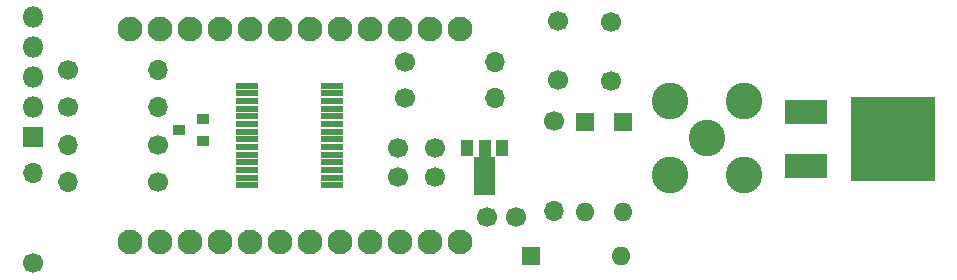
<source format=gbr>
%TF.GenerationSoftware,KiCad,Pcbnew,(5.1.6-0-10_14)*%
%TF.CreationDate,2021-03-20T12:43:37-06:00*%
%TF.ProjectId,rf_dummy_50ohm_20W,72665f64-756d-46d7-995f-35306f686d5f,rev?*%
%TF.SameCoordinates,Original*%
%TF.FileFunction,Soldermask,Top*%
%TF.FilePolarity,Negative*%
%FSLAX46Y46*%
G04 Gerber Fmt 4.6, Leading zero omitted, Abs format (unit mm)*
G04 Created by KiCad (PCBNEW (5.1.6-0-10_14)) date 2021-03-20 12:43:37*
%MOMM*%
%LPD*%
G01*
G04 APERTURE LIST*
%ADD10O,1.700000X1.700000*%
%ADD11C,1.700000*%
%ADD12O,1.600000X1.600000*%
%ADD13R,1.600000X1.600000*%
%ADD14R,7.100000X7.100000*%
%ADD15R,3.600000X2.100000*%
%ADD16C,2.100000*%
%ADD17C,3.100000*%
%ADD18R,1.850000X0.550000*%
%ADD19R,1.000000X0.900000*%
%ADD20C,0.100000*%
%ADD21R,1.000000X1.400000*%
%ADD22O,1.800000X1.800000*%
%ADD23R,1.800000X1.800000*%
G04 APERTURE END LIST*
D10*
%TO.C,R10*%
X128016000Y-95123000D03*
D11*
X120396000Y-95123000D03*
%TD*%
D10*
%TO.C,R9*%
X128016000Y-91948000D03*
D11*
X120396000Y-91948000D03*
%TD*%
D10*
%TO.C,R8*%
X120396000Y-98298000D03*
D11*
X128016000Y-98298000D03*
%TD*%
D10*
%TO.C,R7*%
X117475000Y-100711000D03*
D11*
X117475000Y-108331000D03*
%TD*%
D10*
%TO.C,R6*%
X120396000Y-101473000D03*
D11*
X128016000Y-101473000D03*
%TD*%
%TO.C,C4*%
X151511000Y-101052000D03*
X151511000Y-98552000D03*
%TD*%
%TO.C,C5*%
X148336000Y-101052000D03*
X148336000Y-98552000D03*
%TD*%
D10*
%TO.C,R5*%
X161544000Y-103886000D03*
D11*
X161544000Y-96266000D03*
%TD*%
D10*
%TO.C,R4*%
X156591000Y-94361000D03*
D11*
X148971000Y-94361000D03*
%TD*%
D10*
%TO.C,R3*%
X156591000Y-91313000D03*
D11*
X148971000Y-91313000D03*
%TD*%
D12*
%TO.C,D1*%
X167259000Y-107696000D03*
D13*
X159639000Y-107696000D03*
%TD*%
D14*
%TO.C,R1*%
X190246000Y-97790000D03*
D15*
X182846000Y-100070000D03*
X182846000Y-95490000D03*
%TD*%
D11*
%TO.C,C2*%
X158369000Y-104394000D03*
X155869000Y-104394000D03*
%TD*%
D12*
%TO.C,D3*%
X164211000Y-104013000D03*
D13*
X164211000Y-96393000D03*
%TD*%
D16*
%TO.C,U4*%
X125667762Y-88461500D03*
X128207762Y-88461500D03*
X130747762Y-88461500D03*
X133287762Y-88461500D03*
X135827762Y-88461500D03*
X138367762Y-88461500D03*
X140907762Y-88461500D03*
X143447762Y-88461500D03*
X145987762Y-88461500D03*
X148527762Y-88461500D03*
X151067762Y-88461500D03*
X153607762Y-88461500D03*
X153607762Y-106561500D03*
X151067762Y-106561500D03*
X148527762Y-106561500D03*
X145987762Y-106561500D03*
X143447762Y-106561500D03*
X140907762Y-106561500D03*
X138367762Y-106561500D03*
X135827762Y-106561500D03*
X133287762Y-106561500D03*
X130747762Y-106561500D03*
X128207762Y-106561500D03*
X125667762Y-106561500D03*
%TD*%
D17*
%TO.C,J1*%
X177628000Y-100875000D03*
X174498000Y-97745000D03*
X171368000Y-100875000D03*
X177628000Y-94615000D03*
X171368000Y-94615000D03*
%TD*%
D18*
%TO.C,U3*%
X142729762Y-93286500D03*
X142729762Y-93936500D03*
X142729762Y-94586500D03*
X142729762Y-95236500D03*
X142729762Y-95886500D03*
X142729762Y-96536500D03*
X142729762Y-97186500D03*
X142729762Y-97836500D03*
X142729762Y-98486500D03*
X142729762Y-99136500D03*
X142729762Y-99786500D03*
X142729762Y-100436500D03*
X142729762Y-101086500D03*
X142729762Y-101736500D03*
X135529762Y-101736500D03*
X135529762Y-101086500D03*
X135529762Y-100436500D03*
X135529762Y-99786500D03*
X135529762Y-99136500D03*
X135529762Y-98486500D03*
X135529762Y-97836500D03*
X135529762Y-97186500D03*
X135529762Y-96536500D03*
X135529762Y-95886500D03*
X135529762Y-95236500D03*
X135529762Y-94586500D03*
X135529762Y-93936500D03*
X135529762Y-93286500D03*
%TD*%
D19*
%TO.C,U2*%
X129826000Y-97028000D03*
X131826000Y-96078000D03*
X131826000Y-97978000D03*
%TD*%
D20*
%TO.C,U1*%
G36*
X156593539Y-102511755D02*
G01*
X156590694Y-102521134D01*
X156586073Y-102529779D01*
X156579855Y-102537355D01*
X156572279Y-102543573D01*
X156563634Y-102548194D01*
X156554255Y-102551039D01*
X156544500Y-102552000D01*
X154811500Y-102552000D01*
X154801745Y-102551039D01*
X154792366Y-102548194D01*
X154783721Y-102543573D01*
X154776145Y-102537355D01*
X154769927Y-102529779D01*
X154765306Y-102521134D01*
X154762461Y-102511755D01*
X154761500Y-102502000D01*
X154761500Y-99377000D01*
X154762461Y-99367245D01*
X154765306Y-99357866D01*
X154769927Y-99349221D01*
X154776145Y-99341645D01*
X154783721Y-99335427D01*
X154792366Y-99330806D01*
X154801745Y-99327961D01*
X154811500Y-99327000D01*
X155178000Y-99327000D01*
X155178000Y-97902000D01*
X155178961Y-97892245D01*
X155181806Y-97882866D01*
X155186427Y-97874221D01*
X155192645Y-97866645D01*
X155200221Y-97860427D01*
X155208866Y-97855806D01*
X155218245Y-97852961D01*
X155228000Y-97852000D01*
X156128000Y-97852000D01*
X156137755Y-97852961D01*
X156147134Y-97855806D01*
X156155779Y-97860427D01*
X156163355Y-97866645D01*
X156169573Y-97874221D01*
X156174194Y-97882866D01*
X156177039Y-97892245D01*
X156178000Y-97902000D01*
X156178000Y-99327000D01*
X156544500Y-99327000D01*
X156554255Y-99327961D01*
X156563634Y-99330806D01*
X156572279Y-99335427D01*
X156579855Y-99341645D01*
X156586073Y-99349221D01*
X156590694Y-99357866D01*
X156593539Y-99367245D01*
X156594500Y-99377000D01*
X156594500Y-102502000D01*
X156593539Y-102511755D01*
G37*
D21*
X154178000Y-98552000D03*
X157178000Y-98552000D03*
%TD*%
D22*
%TO.C,J2*%
X117475000Y-87503000D03*
X117475000Y-90043000D03*
X117475000Y-92583000D03*
X117475000Y-95123000D03*
D23*
X117475000Y-97663000D03*
%TD*%
D12*
%TO.C,D2*%
X167386000Y-104013000D03*
D13*
X167386000Y-96393000D03*
%TD*%
D11*
%TO.C,C3*%
X166370000Y-87884000D03*
X166370000Y-92884000D03*
%TD*%
%TO.C,C1*%
X161925000Y-87837000D03*
X161925000Y-92837000D03*
%TD*%
M02*

</source>
